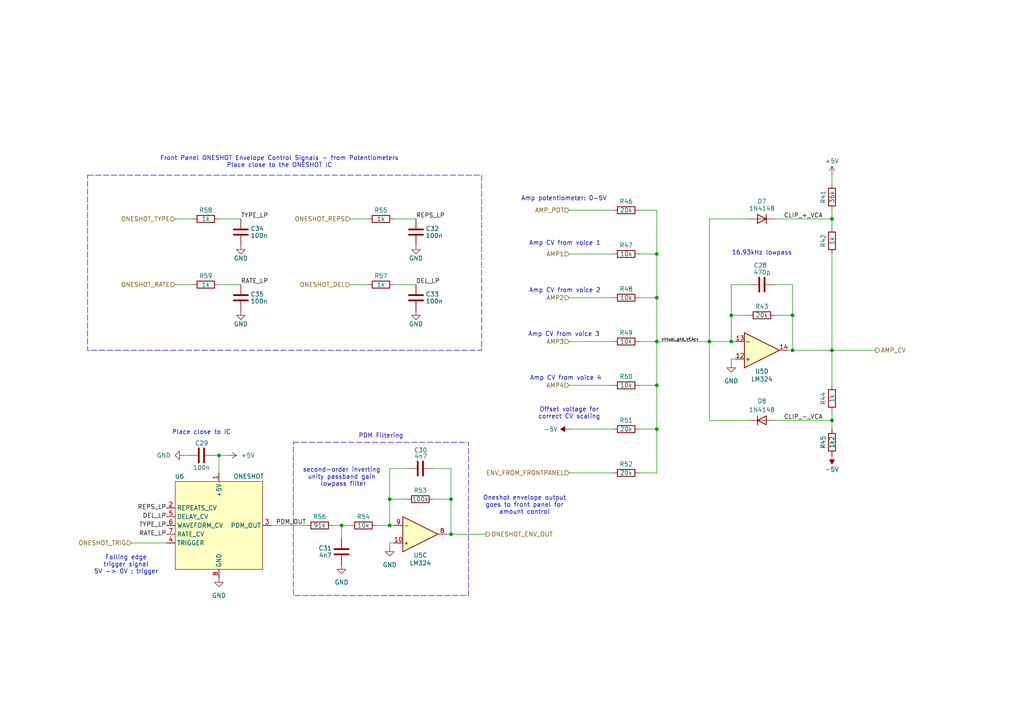
<source format=kicad_sch>
(kicad_sch (version 20250114) (generator "eeschema") (generator_version "9.0")
  (paper "A4")
  (title_block (title "VCA Control Voltage Summing Amplifier") (date "2025-03-08") (rev "1.1"))
  (lib_symbols
    (symbol "Amplifier_Operational:LM324" (pin_names (offset 0.127))
      (property "Reference" "U" (at 0 5.08 0))
      (property "Value" "LM324" (at 0 -5.08 0))
      (symbol "LM324_1_1"
        (polyline (pts (xy -5.08 5.08) (xy 5.08 0) (xy -5.08 -5.08) (xy -5.08 5.08)) (stroke (width 0.254)) (fill (type background)))
        (pin input line (at -7.62 2.54 0) (length 2.54) (name "+") (number "3"))
        (pin input line (at -7.62 -2.54 0) (length 2.54) (name "-") (number "2"))
        (pin output line (at 7.62 0 180) (length 2.54) (name "~") (number "1"))
      )
      (symbol "LM324_2_1"
        (polyline (pts (xy -5.08 5.08) (xy 5.08 0) (xy -5.08 -5.08) (xy -5.08 5.08)) (stroke (width 0.254)) (fill (type background)))
        (pin input line (at -7.62 2.54 0) (length 2.54) (name "+") (number "5"))
        (pin input line (at -7.62 -2.54 0) (length 2.54) (name "-") (number "6"))
        (pin output line (at 7.62 0 180) (length 2.54) (name "~") (number "7"))
      )
      (symbol "LM324_3_1"
        (polyline (pts (xy -5.08 5.08) (xy 5.08 0) (xy -5.08 -5.08) (xy -5.08 5.08)) (stroke (width 0.254)) (fill (type background)))
        (pin input line (at -7.62 2.54 0) (length 2.54) (name "+") (number "10"))
        (pin input line (at -7.62 -2.54 0) (length 2.54) (name "-") (number "9"))
        (pin output line (at 7.62 0 180) (length 2.54) (name "~") (number "8"))
      )
      (symbol "LM324_4_1"
        (polyline (pts (xy -5.08 5.08) (xy 5.08 0) (xy -5.08 -5.08) (xy -5.08 5.08)) (stroke (width 0.254)) (fill (type background)))
        (pin input line (at -7.62 2.54 0) (length 2.54) (name "+") (number "12"))
        (pin input line (at -7.62 -2.54 0) (length 2.54) (name "-") (number "13"))
        (pin output line (at 7.62 0 180) (length 2.54) (name "~") (number "14"))
      )
      (symbol "LM324_5_1"
        (pin power_in line (at -2.54 7.62 270) (length 3.81) (name "V+") (number "4"))
        (pin power_in line (at -2.54 -7.62 90) (length 3.81) (name "V-") (number "11"))
      )
    )
    (symbol "Device:C" (pin_numbers (hide yes)) (pin_names (offset 0.254))
      (property "Reference" "C" (at 0.635 2.54 0))
      (property "Value" "C" (at 0.635 -2.54 0))
      (symbol "C_0_1"
        (polyline (pts (xy -2.032 0.762) (xy 2.032 0.762)) (stroke (width 0.508)))
        (polyline (pts (xy -2.032 -0.762) (xy 2.032 -0.762)) (stroke (width 0.508)))
      )
      (symbol "C_1_1"
        (pin passive line (at 0 3.81 270) (length 2.794) (name "~") (number "1"))
        (pin passive line (at 0 -3.81 90) (length 2.794) (name "~") (number "2"))
      )
    )
    (symbol "Device:R" (pin_numbers (hide yes)) (pin_names (offset 0))
      (property "Reference" "R" (at 2.032 0 90))
      (property "Value" "R" (at 0 0 90))
      (symbol "R_0_1"
        (rectangle (start -1.016 -2.54) (end 1.016 2.54) (stroke (width 0.254)))
      )
      (symbol "R_1_1"
        (pin passive line (at 0 3.81 270) (length 1.27) (name "~") (number "1"))
        (pin passive line (at 0 -3.81 90) (length 1.27) (name "~") (number "2"))
      )
    )
    (symbol "Diode:1N4148" (pin_numbers (hide yes)) (pin_names (hide yes))
      (property "Reference" "D" (at 0 2.54 0))
      (property "Value" "1N4148" (at 0 -2.54 0))
      (symbol "1N4148_0_1"
        (polyline (pts (xy -1.27 1.27) (xy -1.27 -1.27)) (stroke (width 0.254)))
        (polyline (pts (xy 1.27 1.27) (xy 1.27 -1.27) (xy -1.27 0) (xy 1.27 1.27)) (stroke (width 0.254)))
        (polyline (pts (xy 1.27 0) (xy -1.27 0)))
      )
      (symbol "1N4148_1_1"
        (pin passive line (at -3.81 0 0) (length 2.54) (name "K") (number "1"))
        (pin passive line (at 3.81 0 180) (length 2.54) (name "A") (number "2"))
      )
    )
    (symbol "Kromftronics_Custom:ONESHOT"
      (property "Reference" "U" (at -11.938 26.67 0))
      (property "Value" "ONESHOT" (at 8.128 26.67 0))
      (symbol "ONESHOT_0_1"
        (rectangle (start -12.7 25.4) (end 12.7 0) (fill (type background)))
      )
      (symbol "ONESHOT_1_1"
        (pin input line (at -15.24 17.78 0) (length 2.54) (name "REPEATS_CV") (number "2"))
        (pin input line (at -15.24 15.24 0) (length 2.54) (name "DELAY_CV") (number "5"))
        (pin input line (at -15.24 12.7 0) (length 2.54) (name "WAVEFORM_CV") (number "6"))
        (pin input line (at -15.24 10.16 0) (length 2.54) (name "RATE_CV") (number "7"))
        (pin input line (at -15.24 7.62 0) (length 2.54) (name "TRIGGER") (number "4"))
        (pin power_in line (at 0 27.94 270) (length 2.54) (name "+5V") (number "1"))
        (pin power_in line (at 0 -2.54 90) (length 2.54) (name "GND") (number "8"))
        (pin output line (at 15.24 12.7 180) (length 2.54) (name "PDM_OUT") (number "3"))
      )
    )
    (symbol "power:+5V" (power) (pin_numbers (hide yes)) (pin_names (offset 0) (hide yes))
      (property "Value" "+5V" (at 0 3.556 0))
      (symbol "+5V_0_1"
        (polyline (pts (xy -0.762 1.27) (xy 0 2.54)))
        (polyline (pts (xy 0 2.54) (xy 0.762 1.27)))
        (polyline (pts (xy 0 0) (xy 0 2.54)))
      )
      (symbol "+5V_1_1"
        (pin power_in line (at 0 0 90) (length 0) (name "~") (number "1"))
      )
    )
    (symbol "power:-5V" (power) (pin_numbers (hide yes)) (pin_names (offset 0) (hide yes))
      (property "Value" "-5V" (at 0 3.556 0))
      (symbol "-5V_0_0"
        (pin power_in line (at 0 0 90) (length 0) (name "~") (number "1"))
      )
      (symbol "-5V_0_1"
        (polyline (pts (xy 0 0) (xy 0 1.27) (xy 0.762 1.27) (xy 0 2.54) (xy -0.762 1.27) (xy 0 1.27)) (fill (type outline)))
      )
    )
    (symbol "power:GND" (power) (pin_numbers (hide yes)) (pin_names (offset 0) (hide yes))
      (property "Value" "GND" (at 0 -3.81 0))
      (symbol "GND_0_1"
        (polyline (pts (xy 0 0) (xy 0 -1.27) (xy 1.27 -1.27) (xy 0 -2.54) (xy -1.27 -1.27) (xy 0 -1.27)))
      )
      (symbol "GND_1_1"
        (pin power_in line (at 0 0 270) (length 0) (name "~") (number "1"))
      )
    )
  )
  (rectangle (start 25.4 50.8) (end 139.7 101.6) (stroke (width 0) (type dash)))
  (rectangle (start 85.09 128.27) (end 135.89 172.72) (stroke (width 0) (type dash)))
  (text "Amp CV from voice 1" (at 163.83 70.612 0) (effects (font (size 1.27 1.27))))
  (text "Offset voltage for\ncorrect CV scaling" (at 165.1 121.666 0) (effects (font (size 1.27 1.27)) (justify bottom)))
  (text "Oneshot envelope output\ngoes to front panel for\namount control" (at 152.146 146.558 0) (effects (font (size 1.27 1.27))))
  (text "Amp CV from voice 2" (at 163.83 84.328 0) (effects (font (size 1.27 1.27))))
  (text "PDM Filtering" (at 110.49 126.492 0) (effects (font (size 1.27 1.27))))
  (text "Place close to IC" (at 58.42 125.476 0) (effects (font (size 1.27 1.27))))
  (text "Amp potentiometer: 0-5V" (at 163.576 57.658 0) (effects (font (size 1.27 1.27))))
  (text "Falling edge\ntrigger signal\n5V -> 0V : trigger" (at 36.576 163.83 0) (effects (font (size 1.27 1.27))))
  (text "16.93kHz lowpass" (at 220.98 73.406 0) (effects (font (size 1.27 1.27))))
  (text "second-order inverting \nunity passband gain \nlowpass filter" (at 99.568 141.224 0) (effects (font (size 1.27 1.27)) (justify bottom)))
  (text "Front Panel ONESHOT Envelope Control Signals - from Potentiometers\nPlace close to the ONESHOT IC" (at 81.026 48.768 0) (effects (font (size 1.27 1.27)) (justify bottom)))
  (text "Amp CV from voice 3" (at 163.576 97.028 0) (effects (font (size 1.27 1.27))))
  (text "Amp CV from voice 4" (at 164.084 109.728 0) (effects (font (size 1.27 1.27))))
  (junction (at 212.09 91.44))
  (junction (at 205.74 99.06))
  (junction (at 190.5 124.46))
  (junction (at 241.3 121.92))
  (junction (at 63.5 132.08))
  (junction (at 190.5 86.36))
  (junction (at 229.87 101.6))
  (junction (at 212.09 99.06))
  (junction (at 99.06 152.4))
  (junction (at 241.3 101.6))
  (junction (at 190.5 111.76))
  (junction (at 229.87 91.44))
  (junction (at 190.5 99.06))
  (junction (at 241.3 63.5))
  (junction (at 130.81 154.94))
  (junction (at 130.81 144.78))
  (junction (at 190.5 73.66))
  (junction (at 113.03 152.4))
  (junction (at 113.03 144.78))
  (wire (pts (xy 185.42 60.96) (xy 190.5 60.96)))
  (wire (pts (xy 165.1 99.06) (xy 177.8 99.06)))
  (wire (pts (xy 96.52 152.4) (xy 99.06 152.4)))
  (wire (pts (xy 165.1 124.46) (xy 177.8 124.46)))
  (wire (pts (xy 205.74 63.5) (xy 217.17 63.5)))
  (wire (pts (xy 185.42 137.16) (xy 190.5 137.16)))
  (wire (pts (xy 113.03 157.48) (xy 113.03 158.75)))
  (wire (pts (xy 241.3 73.66) (xy 241.3 101.6)))
  (wire (pts (xy 54.61 132.08) (xy 53.34 132.08)))
  (wire (pts (xy 99.06 152.4) (xy 101.6 152.4)))
  (wire (pts (xy 224.79 63.5) (xy 241.3 63.5)))
  (wire (pts (xy 114.3 63.5) (xy 120.65 63.5)))
  (wire (pts (xy 125.73 135.89) (xy 130.81 135.89)))
  (wire (pts (xy 101.6 63.5) (xy 106.68 63.5)))
  (wire (pts (xy 190.5 111.76) (xy 190.5 124.46)))
  (wire (pts (xy 229.87 101.6) (xy 228.6 101.6)))
  (wire (pts (xy 63.5 132.08) (xy 63.5 137.16)))
  (wire (pts (xy 165.1 111.76) (xy 177.8 111.76)))
  (wire (pts (xy 205.74 121.92) (xy 205.74 99.06)))
  (wire (pts (xy 190.5 124.46) (xy 190.5 137.16)))
  (wire (pts (xy 130.81 154.94) (xy 140.97 154.94)))
  (wire (pts (xy 99.06 152.4) (xy 99.06 156.21)))
  (wire (pts (xy 50.8 82.55) (xy 55.88 82.55)))
  (wire (pts (xy 165.1 137.16) (xy 177.8 137.16)))
  (wire (pts (xy 185.42 99.06) (xy 190.5 99.06)))
  (wire (pts (xy 185.42 86.36) (xy 190.5 86.36)))
  (wire (pts (xy 241.3 60.96) (xy 241.3 63.5)))
  (wire (pts (xy 63.5 82.55) (xy 69.85 82.55)))
  (wire (pts (xy 217.17 82.55) (xy 212.09 82.55)))
  (wire (pts (xy 50.8 63.5) (xy 55.88 63.5)))
  (wire (pts (xy 185.42 73.66) (xy 190.5 73.66)))
  (wire (pts (xy 224.79 82.55) (xy 229.87 82.55)))
  (wire (pts (xy 63.5 63.5) (xy 69.85 63.5)))
  (wire (pts (xy 229.87 91.44) (xy 224.79 91.44)))
  (wire (pts (xy 213.36 104.14) (xy 212.09 104.14)))
  (wire (pts (xy 212.09 104.14) (xy 212.09 105.41)))
  (wire (pts (xy 241.3 101.6) (xy 241.3 111.76)))
  (wire (pts (xy 212.09 91.44) (xy 217.17 91.44)))
  (wire (pts (xy 241.3 101.6) (xy 254 101.6)))
  (wire (pts (xy 130.81 135.89) (xy 130.81 144.78)))
  (wire (pts (xy 113.03 144.78) (xy 118.11 144.78)))
  (wire (pts (xy 165.1 60.96) (xy 177.8 60.96)))
  (wire (pts (xy 113.03 135.89) (xy 113.03 144.78)))
  (wire (pts (xy 109.22 152.4) (xy 113.03 152.4)))
  (wire (pts (xy 114.3 152.4) (xy 113.03 152.4)))
  (wire (pts (xy 212.09 99.06) (xy 212.09 91.44)))
  (wire (pts (xy 212.09 99.06) (xy 213.36 99.06)))
  (wire (pts (xy 118.11 135.89) (xy 113.03 135.89)))
  (wire (pts (xy 205.74 99.06) (xy 205.74 63.5)))
  (wire (pts (xy 241.3 63.5) (xy 241.3 66.04)))
  (wire (pts (xy 205.74 99.06) (xy 212.09 99.06)))
  (wire (pts (xy 241.3 119.38) (xy 241.3 121.92)))
  (wire (pts (xy 62.23 132.08) (xy 63.5 132.08)))
  (wire (pts (xy 241.3 50.8) (xy 241.3 53.34)))
  (wire (pts (xy 185.42 124.46) (xy 190.5 124.46)))
  (wire (pts (xy 114.3 82.55) (xy 120.65 82.55)))
  (wire (pts (xy 229.87 82.55) (xy 229.87 91.44)))
  (wire (pts (xy 224.79 121.92) (xy 241.3 121.92)))
  (wire (pts (xy 101.6 82.55) (xy 106.68 82.55)))
  (wire (pts (xy 217.17 121.92) (xy 205.74 121.92)))
  (wire (pts (xy 241.3 121.92) (xy 241.3 124.46)))
  (wire (pts (xy 190.5 99.06) (xy 190.5 111.76)))
  (wire (pts (xy 229.87 101.6) (xy 229.87 91.44)))
  (wire (pts (xy 190.5 73.66) (xy 190.5 86.36)))
  (wire (pts (xy 113.03 152.4) (xy 113.03 144.78)))
  (wire (pts (xy 130.81 144.78) (xy 130.81 154.94)))
  (wire (pts (xy 38.1 157.48) (xy 48.26 157.48)))
  (wire (pts (xy 190.5 99.06) (xy 205.74 99.06)))
  (wire (pts (xy 185.42 111.76) (xy 190.5 111.76)))
  (wire (pts (xy 229.87 101.6) (xy 241.3 101.6)))
  (wire (pts (xy 129.54 154.94) (xy 130.81 154.94)))
  (wire (pts (xy 190.5 60.96) (xy 190.5 73.66)))
  (wire (pts (xy 212.09 82.55) (xy 212.09 91.44)))
  (wire (pts (xy 114.3 157.48) (xy 113.03 157.48)))
  (wire (pts (xy 165.1 86.36) (xy 177.8 86.36)))
  (wire (pts (xy 125.73 144.78) (xy 130.81 144.78)))
  (wire (pts (xy 78.74 152.4) (xy 88.9 152.4)))
  (wire (pts (xy 165.1 73.66) (xy 177.8 73.66)))
  (wire (pts (xy 63.5 132.08) (xy 66.04 132.08)))
  (wire (pts (xy 190.5 86.36) (xy 190.5 99.06)))
  (label "DEL_LP" (at 120.65 82.55 0))
  (label "RATE_LP" (at 48.26 154.94 180))
  (label "PDM_OUT" (at 80.01 152.4 0))
  (label "TYPE_LP" (at 48.26 152.4 180))
  (label "CLIP_+_VCA" (at 227.33 63.5 0))
  (label "REPS_LP" (at 48.26 147.32 180))
  (label "RATE_LP" (at 69.85 82.55 0))
  (label "virtual_gnd_VCAcv" (at 191.77 99.06 0) (effects (font (size 0.8 0.8))))
  (label "DEL_LP" (at 48.26 149.86 180))
  (label "REPS_LP" (at 120.65 63.5 0))
  (label "TYPE_LP" (at 69.85 63.5 0))
  (label "CLIP_-_VCA" (at 227.33 121.92 0))
  (hierarchical_label "AMP_CV" (shape output) (at 254 101.6 0))
  (hierarchical_label "ONESHOT_DEL" (shape input) (at 101.6 82.55 180))
  (hierarchical_label "ONESHOT_TRIG" (shape input) (at 38.1 157.48 180))
  (hierarchical_label "AMP4" (shape input) (at 165.1 111.76 180))
  (hierarchical_label "ENV_FROM_FRONTPANEL" (shape input) (at 165.1 137.16 180))
  (hierarchical_label "AMP1" (shape input) (at 165.1 73.66 180))
  (hierarchical_label "ONESHOT_ENV_OUT" (shape output) (at 140.97 154.94 0))
  (hierarchical_label "AMP_POT" (shape input) (at 165.1 60.96 180))
  (hierarchical_label "ONESHOT_TYPE" (shape input) (at 50.8 63.5 180))
  (hierarchical_label "ONESHOT_REPS" (shape input) (at 101.6 63.5 180))
  (hierarchical_label "AMP2" (shape input) (at 165.1 86.36 180))
  (hierarchical_label "ONESHOT_RATE" (shape input) (at 50.8 82.55 180))
  (hierarchical_label "AMP3" (shape input) (at 165.1 99.06 180))
  (symbol (lib_id "power:GND") (at 63.5 167.64 0) (unit 1)
    (property "Reference" "#PWR054" (effects (hide yes)))
    (property "Value" "GND" (at 63.5 172.72 0))
    (property "Description" "Power symbol creates a global label with name \"GND\" , ground" (effects (hide yes)))
  )
  (symbol (lib_id "power:GND") (at 113.03 158.75 0) (unit 1)
    (property "Reference" "#PWR053" (effects (hide yes)))
    (property "Value" "GND" (at 113.03 163.83 0))
    (property "Description" "Power symbol creates a global label with name \"GND\" , ground" (effects (hide yes)))
  )
  (symbol (lib_id "Amplifier_Operational:LM324") (at 220.98 101.6 0) (mirror x) (unit 4)
    (property "Reference" "U5" (at 220.98 107.696 0))
    (property "Value" "LM324" (at 220.98 109.982 0))
    (property "Footprint" "Package_DIP:DIP-14_W7.62mm" (effects (hide yes)))
    (property "Datasheet" "http://www.ti.com/lit/ds/symlink/lm2902-n.pdf" (effects (hide yes)))
    (property "Description" "Low-Power, Quad-Operational Amplifiers, DIP-14/SOIC-14/SSOP-14" (effects (hide yes)))
  )
  (symbol (lib_id "power:GND") (at 120.65 90.17 0) (unit 1)
    (property "Reference" "#PWR059" (effects (hide yes)))
    (property "Value" "GND" (at 120.65 93.98 0))
    (property "Description" "Power symbol creates a global label with name \"GND\" , ground" (effects (hide yes)))
  )
  (symbol (lib_id "Device:C") (at 220.98 82.55 90) (unit 1)
    (property "Reference" "C28" (at 222.504 76.962 90) (effects (justify left)))
    (property "Value" "470p" (at 223.52 78.994 90) (effects (justify left)))
    (property "Footprint" "Capacitor_THT:C_Disc_D5.0mm_W2.5mm_P5.00mm" (effects (hide yes)))
    (property "Description" "Unpolarized capacitor" (effects (hide yes)))
  )
  (symbol (lib_id "Device:C") (at 99.06 160.02 180) (unit 1)
    (property "Reference" "C31" (at 96.266 159.004 0) (effects (justify left)))
    (property "Value" "4n7" (at 96.266 161.036 0) (effects (justify left)))
    (property "Footprint" "Capacitor_THT:C_Disc_D5.0mm_W2.5mm_P5.00mm" (effects (hide yes)))
    (property "Description" "Unpolarized capacitor" (effects (hide yes)))
  )
  (symbol (lib_id "Kromftronics_Custom:ONESHOT") (at 63.5 165.1 0) (unit 1)
    (property "Reference" "U6" (at 52.07 138.176 0))
    (property "Value" "ONESHOT" (at 72.136 138.176 0))
    (property "Footprint" "Package_DIP:DIP-8_W7.62mm_Socket" (effects (hide yes)))
    (property "Datasheet" "https://electricdruid.net/datasheets/ONESHOTDatasheet.pdf" (effects (hide yes)))
    (property "Description" "Electric Druid one-shot envelope generator in DIP-8 package." (effects (hide yes)))
  )
  (symbol (lib_id "Device:R") (at 110.49 82.55 90) (unit 1)
    (property "Reference" "R57" (at 110.49 80.01 90))
    (property "Value" "1k" (at 110.49 82.55 90))
    (property "Footprint" "Resistor_THT:R_Axial_DIN0207_L6.3mm_D2.5mm_P10.16mm_Horizontal" (effects (hide yes)))
    (property "Description" "Resistor" (effects (hide yes)))
  )
  (symbol (lib_id "Device:R") (at 181.61 124.46 90) (unit 1)
    (property "Reference" "R51" (at 181.61 121.92 90))
    (property "Value" "20k" (at 181.61 124.46 90))
    (property "Footprint" "Resistor_THT:R_Axial_DIN0207_L6.3mm_D2.5mm_P10.16mm_Horizontal" (effects (hide yes)))
    (property "Description" "Resistor" (effects (hide yes)))
  )
  (symbol (lib_id "Device:R") (at 241.3 69.85 180) (unit 1)
    (property "Reference" "R42" (at 238.76 69.85 90))
    (property "Value" "1k" (at 241.3 69.85 90))
    (property "Footprint" "Resistor_THT:R_Axial_DIN0207_L6.3mm_D2.5mm_P10.16mm_Horizontal" (effects (hide yes)))
    (property "Description" "Resistor" (effects (hide yes)))
  )
  (symbol (lib_id "Device:C") (at 69.85 86.36 180) (unit 1)
    (property "Reference" "C35" (at 72.644 85.344 0) (effects (justify right)))
    (property "Value" "100n" (at 72.644 87.376 0) (effects (justify right)))
    (property "Footprint" "Capacitor_THT:C_Disc_D5.0mm_W2.5mm_P5.00mm" (effects (hide yes)))
    (property "Description" "Unpolarized capacitor" (effects (hide yes)))
  )
  (symbol (lib_id "Diode:1N4148") (at 220.98 63.5 180) (unit 1)
    (property "Reference" "D7" (at 220.98 58.42 0))
    (property "Value" "1N4148" (at 220.98 60.452 0))
    (property "Footprint" "Diode_THT:D_DO-35_SOD27_P7.62mm_Horizontal" (effects (hide yes)))
    (property "Datasheet" "https://assets.nexperia.com/documents/data-sheet/1N4148_1N4448.pdf" (effects (hide yes)))
    (property "Description" "100V 0.15A standard switching diode, DO-35" (effects (hide yes)))
    (property "Sim.Device" "D" (effects (hide yes)))
    (property "Sim.Pins" "1=K 2=A" (effects (hide yes)))
  )
  (symbol (lib_id "Device:R") (at 105.41 152.4 90) (unit 1)
    (property "Reference" "R54" (at 105.41 149.86 90))
    (property "Value" "10k" (at 105.41 152.4 90))
    (property "Footprint" "Resistor_THT:R_Axial_DIN0207_L6.3mm_D2.5mm_P10.16mm_Horizontal" (effects (hide yes)))
    (property "Description" "Resistor" (effects (hide yes)))
  )
  (symbol (lib_id "Device:R") (at 92.71 152.4 90) (unit 1)
    (property "Reference" "R56" (at 92.71 149.86 90))
    (property "Value" "91k" (at 92.71 152.4 90))
    (property "Footprint" "Resistor_THT:R_Axial_DIN0207_L6.3mm_D2.5mm_P10.16mm_Horizontal" (effects (hide yes)))
    (property "Description" "Resistor" (effects (hide yes)))
  )
  (symbol (lib_id "Device:C") (at 120.65 67.31 180) (unit 1)
    (property "Reference" "C32" (at 123.444 66.294 0) (effects (justify right)))
    (property "Value" "100n" (at 123.444 68.326 0) (effects (justify right)))
    (property "Footprint" "Capacitor_THT:C_Disc_D5.0mm_W2.5mm_P5.00mm" (effects (hide yes)))
    (property "Description" "Unpolarized capacitor" (effects (hide yes)))
  )
  (symbol (lib_id "power:GND") (at 53.34 132.08 270) (unit 1)
    (property "Reference" "#PWR056" (effects (hide yes)))
    (property "Value" "GND" (at 49.53 132.0799 90) (effects (justify right)))
    (property "Description" "Power symbol creates a global label with name \"GND\" , ground" (effects (hide yes)))
  )
  (symbol (lib_id "Device:R") (at 181.61 86.36 90) (unit 1)
    (property "Reference" "R48" (at 181.61 83.82 90))
    (property "Value" "10k" (at 181.61 86.36 90))
    (property "Footprint" "Resistor_THT:R_Axial_DIN0207_L6.3mm_D2.5mm_P10.16mm_Horizontal" (effects (hide yes)))
    (property "Description" "Resistor" (effects (hide yes)))
  )
  (symbol (lib_id "power:+5V") (at 241.3 50.8 0) (unit 1)
    (property "Reference" "#PWR049" (effects (hide yes)))
    (property "Value" "+5V" (at 241.3 46.736 0))
    (property "Description" "Power symbol creates a global label with name \"+5V\"" (effects (hide yes)))
  )
  (symbol (lib_id "Device:C") (at 69.85 67.31 180) (unit 1)
    (property "Reference" "C34" (at 72.644 66.294 0) (effects (justify right)))
    (property "Value" "100n" (at 72.644 68.326 0) (effects (justify right)))
    (property "Footprint" "Capacitor_THT:C_Disc_D5.0mm_W2.5mm_P5.00mm" (effects (hide yes)))
    (property "Description" "Unpolarized capacitor" (effects (hide yes)))
  )
  (symbol (lib_id "Device:R") (at 241.3 128.27 180) (unit 1)
    (property "Reference" "R45" (at 238.76 128.27 90))
    (property "Value" "1k2" (at 241.3 128.27 90))
    (property "Footprint" "Resistor_THT:R_Axial_DIN0207_L6.3mm_D2.5mm_P10.16mm_Horizontal" (effects (hide yes)))
    (property "Description" "Resistor" (effects (hide yes)))
  )
  (symbol (lib_id "Amplifier_Operational:LM324") (at 121.92 154.94 0) (mirror x) (unit 3)
    (property "Reference" "U5" (at 121.92 161.036 0))
    (property "Value" "LM324" (at 121.92 163.322 0))
    (property "Footprint" "Package_DIP:DIP-14_W7.62mm" (effects (hide yes)))
    (property "Datasheet" "http://www.ti.com/lit/ds/symlink/lm2902-n.pdf" (effects (hide yes)))
    (property "Description" "Low-Power, Quad-Operational Amplifiers, DIP-14/SOIC-14/SSOP-14" (effects (hide yes)))
  )
  (symbol (lib_id "Device:R") (at 110.49 63.5 90) (unit 1)
    (property "Reference" "R55" (at 110.49 60.96 90))
    (property "Value" "1k" (at 110.49 63.5 90))
    (property "Footprint" "Resistor_THT:R_Axial_DIN0207_L6.3mm_D2.5mm_P10.16mm_Horizontal" (effects (hide yes)))
    (property "Description" "Resistor" (effects (hide yes)))
  )
  (symbol (lib_id "Device:R") (at 181.61 73.66 90) (unit 1)
    (property "Reference" "R47" (at 181.61 71.12 90))
    (property "Value" "10k" (at 181.61 73.66 90))
    (property "Footprint" "Resistor_THT:R_Axial_DIN0207_L6.3mm_D2.5mm_P10.16mm_Horizontal" (effects (hide yes)))
    (property "Description" "Resistor" (effects (hide yes)))
  )
  (symbol (lib_id "Device:R") (at 59.69 82.55 90) (unit 1)
    (property "Reference" "R59" (at 59.69 80.01 90))
    (property "Value" "1k" (at 59.69 82.55 90))
    (property "Footprint" "Resistor_THT:R_Axial_DIN0207_L6.3mm_D2.5mm_P10.16mm_Horizontal" (effects (hide yes)))
    (property "Description" "Resistor" (effects (hide yes)))
  )
  (symbol (lib_id "Diode:1N4148") (at 220.98 121.92 0) (unit 1)
    (property "Reference" "D8" (at 220.98 116.332 0))
    (property "Value" "1N4148" (at 220.98 118.872 0))
    (property "Footprint" "Diode_THT:D_DO-35_SOD27_P7.62mm_Horizontal" (effects (hide yes)))
    (property "Datasheet" "https://assets.nexperia.com/documents/data-sheet/1N4148_1N4448.pdf" (effects (hide yes)))
    (property "Description" "100V 0.15A standard switching diode, DO-35" (effects (hide yes)))
    (property "Sim.Device" "D" (effects (hide yes)))
    (property "Sim.Pins" "1=K 2=A" (effects (hide yes)))
  )
  (symbol (lib_id "Device:R") (at 59.69 63.5 90) (unit 1)
    (property "Reference" "R58" (at 59.69 60.96 90))
    (property "Value" "1k" (at 59.69 63.5 90))
    (property "Footprint" "Resistor_THT:R_Axial_DIN0207_L6.3mm_D2.5mm_P10.16mm_Horizontal" (effects (hide yes)))
    (property "Description" "Resistor" (effects (hide yes)))
  )
  (symbol (lib_id "Device:R") (at 241.3 115.57 180) (unit 1)
    (property "Reference" "R44" (at 238.76 115.57 90))
    (property "Value" "1k" (at 241.3 115.57 90))
    (property "Footprint" "Resistor_THT:R_Axial_DIN0207_L6.3mm_D2.5mm_P10.16mm_Horizontal" (effects (hide yes)))
    (property "Description" "Resistor" (effects (hide yes)))
  )
  (symbol (lib_id "Device:R") (at 121.92 144.78 90) (unit 1)
    (property "Reference" "R53" (at 121.92 142.24 90))
    (property "Value" "100k" (at 121.92 144.78 90))
    (property "Footprint" "Resistor_THT:R_Axial_DIN0207_L6.3mm_D2.5mm_P10.16mm_Horizontal" (effects (hide yes)))
    (property "Description" "Resistor" (effects (hide yes)))
  )
  (symbol (lib_id "Device:C") (at 120.65 86.36 180) (unit 1)
    (property "Reference" "C33" (at 123.444 85.344 0) (effects (justify right)))
    (property "Value" "100n" (at 123.444 87.376 0) (effects (justify right)))
    (property "Footprint" "Capacitor_THT:C_Disc_D5.0mm_W2.5mm_P5.00mm" (effects (hide yes)))
    (property "Description" "Unpolarized capacitor" (effects (hide yes)))
  )
  (symbol (lib_id "Device:R") (at 181.61 99.06 90) (unit 1)
    (property "Reference" "R49" (at 181.61 96.52 90))
    (property "Value" "10k" (at 181.61 99.06 90))
    (property "Footprint" "Resistor_THT:R_Axial_DIN0207_L6.3mm_D2.5mm_P10.16mm_Horizontal" (effects (hide yes)))
    (property "Description" "Resistor" (effects (hide yes)))
  )
  (symbol (lib_id "Device:R") (at 241.3 57.15 180) (unit 1)
    (property "Reference" "R41" (at 238.76 57.15 90))
    (property "Value" "36k" (at 241.3 57.15 90))
    (property "Footprint" "Resistor_THT:R_Axial_DIN0207_L6.3mm_D2.5mm_P10.16mm_Horizontal" (effects (hide yes)))
    (property "Description" "Resistor" (effects (hide yes)))
  )
  (symbol (lib_id "power:GND") (at 69.85 71.12 0) (unit 1)
    (property "Reference" "#PWR060" (effects (hide yes)))
    (property "Value" "GND" (at 69.85 74.93 0))
    (property "Description" "Power symbol creates a global label with name \"GND\" , ground" (effects (hide yes)))
  )
  (symbol (lib_id "Device:R") (at 181.61 137.16 90) (unit 1)
    (property "Reference" "R52" (at 181.61 134.62 90))
    (property "Value" "20k" (at 181.61 137.16 90))
    (property "Footprint" "Resistor_THT:R_Axial_DIN0207_L6.3mm_D2.5mm_P10.16mm_Horizontal" (effects (hide yes)))
    (property "Description" "Resistor" (effects (hide yes)))
  )
  (symbol (lib_id "power:GND") (at 99.06 163.83 0) (unit 1)
    (property "Reference" "#PWR058" (effects (hide yes)))
    (property "Value" "GND" (at 99.06 168.91 0))
    (property "Description" "Power symbol creates a global label with name \"GND\" , ground" (effects (hide yes)))
  )
  (symbol (lib_id "Device:R") (at 181.61 60.96 90) (unit 1)
    (property "Reference" "R46" (at 181.61 58.42 90))
    (property "Value" "20k" (at 181.61 60.96 90))
    (property "Footprint" "Resistor_THT:R_Axial_DIN0207_L6.3mm_D2.5mm_P10.16mm_Horizontal" (effects (hide yes)))
    (property "Description" "Resistor" (effects (hide yes)))
  )
  (symbol (lib_id "power:+5V") (at 66.04 132.08 270) (unit 1)
    (property "Reference" "#PWR055" (effects (hide yes)))
    (property "Value" "+5V" (at 69.85 132.0799 90) (effects (justify left)))
    (property "Description" "Power symbol creates a global label with name \"+5V\"" (effects (hide yes)))
  )
  (symbol (lib_id "power:-5V") (at 165.1 124.46 90) (unit 1)
    (property "Reference" "#PWR052" (effects (hide yes)))
    (property "Value" "-5V" (at 159.766 124.46 90))
    (property "Description" "Power symbol creates a global label with name \"-5V\"" (effects (hide yes)))
  )
  (symbol (lib_id "power:GND") (at 120.65 71.12 0) (unit 1)
    (property "Reference" "#PWR057" (effects (hide yes)))
    (property "Value" "GND" (at 120.65 74.93 0))
    (property "Description" "Power symbol creates a global label with name \"GND\" , ground" (effects (hide yes)))
  )
  (symbol (lib_id "Device:R") (at 181.61 111.76 90) (unit 1)
    (property "Reference" "R50" (at 181.61 109.22 90))
    (property "Value" "10k" (at 181.61 111.76 90))
    (property "Footprint" "Resistor_THT:R_Axial_DIN0207_L6.3mm_D2.5mm_P10.16mm_Horizontal" (effects (hide yes)))
    (property "Description" "Resistor" (effects (hide yes)))
  )
  (symbol (lib_id "power:-5V") (at 241.3 132.08 180) (unit 1)
    (property "Reference" "#PWR051" (effects (hide yes)))
    (property "Value" "-5V" (at 241.3 136.144 0))
    (property "Description" "Power symbol creates a global label with name \"-5V\"" (effects (hide yes)))
  )
  (symbol (lib_id "Device:R") (at 220.98 91.44 90) (unit 1)
    (property "Reference" "R43" (at 220.98 88.9 90))
    (property "Value" "20k" (at 220.98 91.44 90))
    (property "Footprint" "Resistor_THT:R_Axial_DIN0207_L6.3mm_D2.5mm_P10.16mm_Horizontal" (effects (hide yes)))
    (property "Description" "Resistor" (effects (hide yes)))
  )
  (symbol (lib_id "Device:C") (at 121.92 135.89 90) (unit 1)
    (property "Reference" "C30" (at 123.952 130.556 90) (effects (justify left)))
    (property "Value" "4n7" (at 123.952 132.334 90) (effects (justify left)))
    (property "Footprint" "Capacitor_THT:C_Disc_D5.0mm_W2.5mm_P5.00mm" (effects (hide yes)))
    (property "Description" "Unpolarized capacitor" (effects (hide yes)))
  )
  (symbol (lib_id "power:GND") (at 69.85 90.17 0) (unit 1)
    (property "Reference" "#PWR061" (effects (hide yes)))
    (property "Value" "GND" (at 69.85 93.98 0))
    (property "Description" "Power symbol creates a global label with name \"GND\" , ground" (effects (hide yes)))
  )
  (symbol (lib_id "power:GND") (at 212.09 105.41 0) (unit 1)
    (property "Reference" "#PWR050" (effects (hide yes)))
    (property "Value" "GND" (at 212.09 110.49 0))
    (property "Description" "Power symbol creates a global label with name \"GND\" , ground" (effects (hide yes)))
  )
  (symbol (lib_id "Device:C") (at 58.42 132.08 90) (unit 1)
    (property "Reference" "C29" (at 60.452 128.524 90) (effects (justify left)))
    (property "Value" "100n" (at 60.96 135.636 90) (effects (justify left)))
    (property "Footprint" "Capacitor_THT:C_Disc_D5.0mm_W2.5mm_P5.00mm" (effects (hide yes)))
    (property "Description" "Unpolarized capacitor" (effects (hide yes)))
  )
)
</source>
